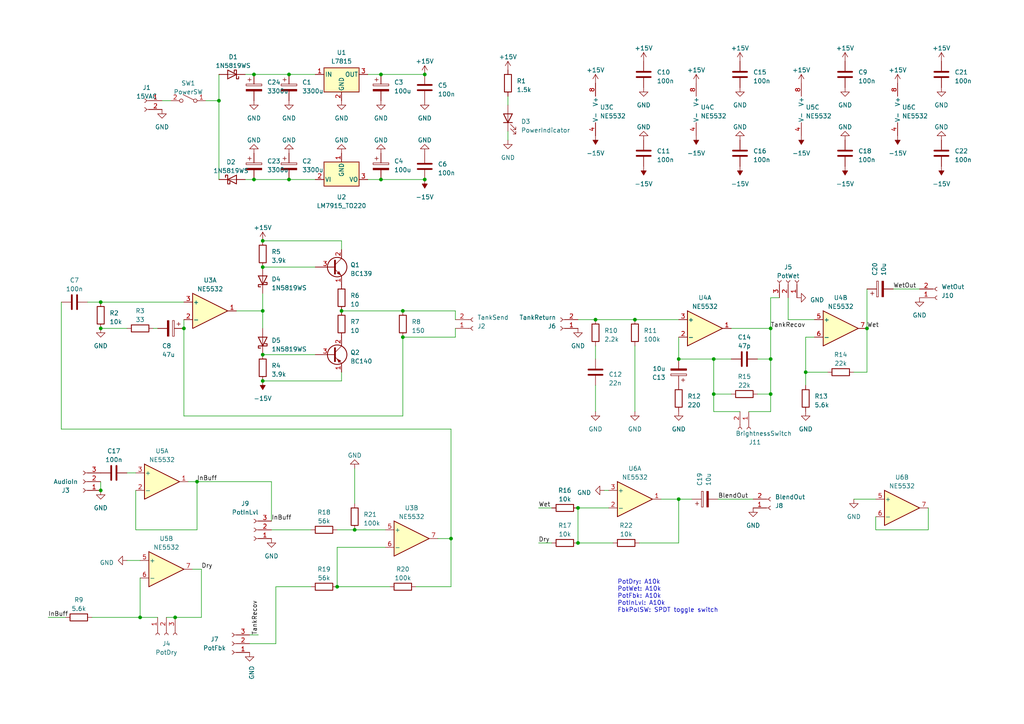
<source format=kicad_sch>
(kicad_sch (version 20230121) (generator eeschema)
  (paper "A4")
  (lib_symbols
    (symbol "Amplifier_Operational:NE5532" (pin_names (offset 0.127))
      (property "Reference" "U" (at 0 5.08 0))
      (property "Value" "NE5532" (at 0 -5.08 0))
      (symbol "NE5532_1_1"
        (polyline (pts (xy -5.08 5.08) (xy 5.08 0) (xy -5.08 -5.08) (xy -5.08 5.08)) (stroke (width 0.254)) (fill (type background)))
        (pin output line (at 7.62 0 180) (length 2.54) (name "~") (number "1"))
        (pin input line (at -7.62 -2.54 0) (length 2.54) (name "-") (number "2"))
        (pin input line (at -7.62 2.54 0) (length 2.54) (name "+") (number "3"))
      )
      (symbol "NE5532_2_1"
        (polyline (pts (xy -5.08 5.08) (xy 5.08 0) (xy -5.08 -5.08) (xy -5.08 5.08)) (stroke (width 0.254)) (fill (type background)))
        (pin input line (at -7.62 2.54 0) (length 2.54) (name "+") (number "5"))
        (pin input line (at -7.62 -2.54 0) (length 2.54) (name "-") (number "6"))
        (pin output line (at 7.62 0 180) (length 2.54) (name "~") (number "7"))
      )
      (symbol "NE5532_3_1"
        (pin power_in line (at -2.54 -7.62 90) (length 3.81) (name "V-") (number "4"))
        (pin power_in line (at -2.54 7.62 270) (length 3.81) (name "V+") (number "8"))
      )
    )
    (symbol "Connector:Conn_01x02_Socket" (pin_names (offset 1.016) hide)
      (property "Reference" "J" (at 0 2.54 0))
      (property "Value" "Conn_01x02_Socket" (at 0 -5.08 0))
      (symbol "Conn_01x02_Socket_1_1"
        (arc (start 0 -2.032) (mid -0.5058 -2.54) (end 0 -3.048) (stroke (width 0.1524)))
        (polyline (pts (xy -1.27 -2.54) (xy -0.508 -2.54)) (stroke (width 0.1524)))
        (polyline (pts (xy -1.27 0) (xy -0.508 0)) (stroke (width 0.1524)))
        (arc (start 0 0.508) (mid -0.5058 0) (end 0 -0.508) (stroke (width 0.1524)))
        (pin passive line (at -5.08 0 0) (length 3.81) (name "Pin_1") (number "1"))
        (pin passive line (at -5.08 -2.54 0) (length 3.81) (name "Pin_2") (number "2"))
      )
    )
    (symbol "Connector:Conn_01x03_Socket" (pin_names (offset 1.016) hide)
      (property "Reference" "J" (at 0 5.08 0))
      (property "Value" "Conn_01x03_Socket" (at 0 -5.08 0))
      (symbol "Conn_01x03_Socket_1_1"
        (arc (start 0 -2.032) (mid -0.5058 -2.54) (end 0 -3.048) (stroke (width 0.1524)))
        (polyline (pts (xy -1.27 -2.54) (xy -0.508 -2.54)) (stroke (width 0.1524)))
        (polyline (pts (xy -1.27 0) (xy -0.508 0)) (stroke (width 0.1524)))
        (polyline (pts (xy -1.27 2.54) (xy -0.508 2.54)) (stroke (width 0.1524)))
        (arc (start 0 0.508) (mid -0.5058 0) (end 0 -0.508) (stroke (width 0.1524)))
        (arc (start 0 3.048) (mid -0.5058 2.54) (end 0 2.032) (stroke (width 0.1524)))
        (pin passive line (at -5.08 2.54 0) (length 3.81) (name "Pin_1") (number "1"))
        (pin passive line (at -5.08 0 0) (length 3.81) (name "Pin_2") (number "2"))
        (pin passive line (at -5.08 -2.54 0) (length 3.81) (name "Pin_3") (number "3"))
      )
    )
    (symbol "Device:C" (pin_numbers hide) (pin_names (offset 0.254))
      (property "Reference" "C" (at 0.635 2.54 0))
      (property "Value" "C" (at 0.635 -2.54 0))
      (symbol "C_0_1"
        (polyline (pts (xy -2.032 -0.762) (xy 2.032 -0.762)) (stroke (width 0.508)))
        (polyline (pts (xy -2.032 0.762) (xy 2.032 0.762)) (stroke (width 0.508)))
      )
      (symbol "C_1_1"
        (pin passive line (at 0 3.81 270) (length 2.794) (name "~") (number "1"))
        (pin passive line (at 0 -3.81 90) (length 2.794) (name "~") (number "2"))
      )
    )
    (symbol "Device:C_Polarized" (pin_numbers hide) (pin_names (offset 0.254))
      (property "Reference" "C" (at 0.635 2.54 0))
      (property "Value" "C_Polarized" (at 0.635 -2.54 0))
      (symbol "C_Polarized_0_1"
        (rectangle (start -2.286 0.508) (end 2.286 1.016))
        (polyline (pts (xy -1.778 2.286) (xy -0.762 2.286)))
        (polyline (pts (xy -1.27 2.794) (xy -1.27 1.778)))
        (rectangle (start 2.286 -0.508) (end -2.286 -1.016) (fill (type outline)))
      )
      (symbol "C_Polarized_1_1"
        (pin passive line (at 0 3.81 270) (length 2.794) (name "~") (number "1"))
        (pin passive line (at 0 -3.81 90) (length 2.794) (name "~") (number "2"))
      )
    )
    (symbol "Device:LED" (pin_numbers hide) (pin_names (offset 1.016) hide)
      (property "Reference" "D" (at 0 2.54 0))
      (property "Value" "LED" (at 0 -2.54 0))
      (symbol "LED_0_1"
        (polyline (pts (xy -1.27 -1.27) (xy -1.27 1.27)) (stroke (width 0.254)))
        (polyline (pts (xy -1.27 0) (xy 1.27 0)))
        (polyline (pts (xy 1.27 -1.27) (xy 1.27 1.27) (xy -1.27 0) (xy 1.27 -1.27)) (stroke (width 0.254)))
        (polyline (pts (xy -3.048 -0.762) (xy -4.572 -2.286) (xy -3.81 -2.286) (xy -4.572 -2.286) (xy -4.572 -1.524)))
        (polyline (pts (xy -1.778 -0.762) (xy -3.302 -2.286) (xy -2.54 -2.286) (xy -3.302 -2.286) (xy -3.302 -1.524)))
      )
      (symbol "LED_1_1"
        (pin passive line (at -3.81 0 0) (length 2.54) (name "K") (number "1"))
        (pin passive line (at 3.81 0 180) (length 2.54) (name "A") (number "2"))
      )
    )
    (symbol "Device:Q_NPN_ECB" (pin_names (offset 0) hide)
      (property "Reference" "Q" (at 5.08 1.27 0))
      (property "Value" "Q_NPN_ECB" (at 5.08 -1.27 0))
      (symbol "Q_NPN_ECB_0_1"
        (polyline (pts (xy 0.635 0.635) (xy 2.54 2.54)))
        (polyline (pts (xy 0.635 -0.635) (xy 2.54 -2.54) (xy 2.54 -2.54)))
        (polyline (pts (xy 0.635 1.905) (xy 0.635 -1.905) (xy 0.635 -1.905)) (stroke (width 0.508)))
        (polyline (pts (xy 1.27 -1.778) (xy 1.778 -1.27) (xy 2.286 -2.286) (xy 1.27 -1.778) (xy 1.27 -1.778)) (fill (type outline)))
        (circle (center 1.27 0) (radius 2.8194) (stroke (width 0.254)))
      )
      (symbol "Q_NPN_ECB_1_1"
        (pin passive line (at 2.54 -5.08 90) (length 2.54) (name "E") (number "1"))
        (pin passive line (at 2.54 5.08 270) (length 2.54) (name "C") (number "2"))
        (pin passive line (at -5.08 0 0) (length 5.715) (name "B") (number "3"))
      )
    )
    (symbol "Device:Q_PNP_ECB" (pin_names (offset 0) hide)
      (property "Reference" "Q" (at 5.08 1.27 0))
      (property "Value" "Q_PNP_ECB" (at 5.08 -1.27 0))
      (symbol "Q_PNP_ECB_0_1"
        (polyline (pts (xy 0.635 0.635) (xy 2.54 2.54)))
        (polyline (pts (xy 0.635 -0.635) (xy 2.54 -2.54) (xy 2.54 -2.54)))
        (polyline (pts (xy 0.635 1.905) (xy 0.635 -1.905) (xy 0.635 -1.905)) (stroke (width 0.508)))
        (polyline (pts (xy 2.286 -1.778) (xy 1.778 -2.286) (xy 1.27 -1.27) (xy 2.286 -1.778) (xy 2.286 -1.778)) (fill (type outline)))
        (circle (center 1.27 0) (radius 2.8194) (stroke (width 0.254)))
      )
      (symbol "Q_PNP_ECB_1_1"
        (pin passive line (at 2.54 -5.08 90) (length 2.54) (name "E") (number "1"))
        (pin passive line (at 2.54 5.08 270) (length 2.54) (name "C") (number "2"))
        (pin input line (at -5.08 0 0) (length 5.715) (name "B") (number "3"))
      )
    )
    (symbol "Device:R" (pin_numbers hide) (pin_names (offset 0))
      (property "Reference" "R" (at 2.032 0 90))
      (property "Value" "R" (at 0 0 90))
      (symbol "R_0_1"
        (rectangle (start -1.016 -2.54) (end 1.016 2.54) (stroke (width 0.254)))
      )
      (symbol "R_1_1"
        (pin passive line (at 0 3.81 270) (length 1.27) (name "~") (number "1"))
        (pin passive line (at 0 -3.81 90) (length 1.27) (name "~") (number "2"))
      )
    )
    (symbol "Diode:1N5819WS" (pin_numbers hide) (pin_names (offset 1.016) hide)
      (property "Reference" "D" (at 0 2.54 0))
      (property "Value" "1N5819WS" (at 0 -2.54 0))
      (symbol "1N5819WS_0_1"
        (polyline (pts (xy 1.27 0) (xy -1.27 0)))
        (polyline (pts (xy 1.27 1.27) (xy 1.27 -1.27) (xy -1.27 0) (xy 1.27 1.27)) (stroke (width 0.254)))
        (polyline (pts (xy -1.905 0.635) (xy -1.905 1.27) (xy -1.27 1.27) (xy -1.27 -1.27) (xy -0.635 -1.27) (xy -0.635 -0.635)) (stroke (width 0.254)))
      )
      (symbol "1N5819WS_1_1"
        (pin passive line (at -3.81 0 0) (length 2.54) (name "K") (number "1"))
        (pin passive line (at 3.81 0 180) (length 2.54) (name "A") (number "2"))
      )
    )
    (symbol "Regulator_Linear:L7815" (pin_names (offset 0.254))
      (property "Reference" "U" (at -3.81 3.175 0))
      (property "Value" "L7815" (at 0 3.175 0))
      (symbol "L7815_0_1"
        (rectangle (start -5.08 1.905) (end 5.08 -5.08) (stroke (width 0.254)) (fill (type background)))
      )
      (symbol "L7815_1_1"
        (pin power_in line (at -7.62 0 0) (length 2.54) (name "IN") (number "1"))
        (pin power_in line (at 0 -7.62 90) (length 2.54) (name "GND") (number "2"))
        (pin power_out line (at 7.62 0 180) (length 2.54) (name "OUT") (number "3"))
      )
    )
    (symbol "Regulator_Linear:LM7915_TO220" (pin_names (offset 0.254))
      (property "Reference" "U" (at -3.81 -3.175 0))
      (property "Value" "LM7915_TO220" (at 0 -3.175 0))
      (symbol "LM7915_TO220_0_1"
        (rectangle (start -5.08 5.08) (end 5.08 -1.905) (stroke (width 0.254)) (fill (type background)))
      )
      (symbol "LM7915_TO220_1_1"
        (pin power_in line (at 0 7.62 270) (length 2.54) (name "GND") (number "1"))
        (pin power_in line (at -7.62 0 0) (length 2.54) (name "VI") (number "2"))
        (pin power_out line (at 7.62 0 180) (length 2.54) (name "VO") (number "3"))
      )
    )
    (symbol "Switch:SW_SPST" (pin_names (offset 0) hide)
      (property "Reference" "SW" (at 0 3.175 0))
      (property "Value" "SW_SPST" (at 0 -2.54 0))
      (symbol "SW_SPST_0_0"
        (circle (center -2.032 0) (radius 0.508))
        (polyline (pts (xy -1.524 0.254) (xy 1.524 1.778)))
        (circle (center 2.032 0) (radius 0.508))
      )
      (symbol "SW_SPST_1_1"
        (pin passive line (at -5.08 0 0) (length 2.54) (name "A") (number "1"))
        (pin passive line (at 5.08 0 180) (length 2.54) (name "B") (number "2"))
      )
    )
    (symbol "power:+15V" (power) (pin_names (offset 0))
      (property "Value" "+15V" (at 0 3.556 0))
      (symbol "+15V_0_1"
        (polyline (pts (xy -0.762 1.27) (xy 0 2.54)))
        (polyline (pts (xy 0 0) (xy 0 2.54)))
        (polyline (pts (xy 0 2.54) (xy 0.762 1.27)))
      )
      (symbol "+15V_1_1"
        (pin power_in line (at 0 0 90) (length 0) hide (name "+15V") (number "1"))
      )
    )
    (symbol "power:-15V" (power) (pin_names (offset 0))
      (property "Value" "-15V" (at 0 3.81 0))
      (symbol "-15V_0_0"
        (pin power_in line (at 0 0 90) (length 0) hide (name "-15V") (number "1"))
      )
      (symbol "-15V_0_1"
        (polyline (pts (xy 0 0) (xy 0 1.27) (xy 0.762 1.27) (xy 0 2.54) (xy -0.762 1.27) (xy 0 1.27)) (fill (type outline)))
      )
    )
    (symbol "power:GND" (power) (pin_names (offset 0))
      (property "Value" "GND" (at 0 -3.81 0))
      (symbol "GND_0_1"
        (polyline (pts (xy 0 0) (xy 0 -1.27) (xy 1.27 -1.27) (xy 0 -2.54) (xy -1.27 -1.27) (xy 0 -1.27)))
      )
      (symbol "GND_1_1"
        (pin power_in line (at 0 0 270) (length 0) hide (name "GND") (number "1"))
      )
    )
  )
  (junction (at 123.19 21.59))
  (junction (at 63.5 29.21))
  (junction (at 116.84 97.79))
  (junction (at 57.15 139.7))
  (junction (at 110.49 21.59))
  (junction (at 116.84 90.17))
  (junction (at 76.2 69.85))
  (junction (at 207.01 114.3))
  (junction (at 99.06 90.17))
  (junction (at 196.85 104.14))
  (junction (at 223.52 104.14))
  (junction (at 50.8 179.07))
  (junction (at 73.66 21.59))
  (junction (at 97.79 170.18))
  (junction (at 76.2 102.87))
  (junction (at 196.85 144.78))
  (junction (at 29.21 95.25))
  (junction (at 83.82 52.07))
  (junction (at 76.2 110.49))
  (junction (at 130.81 156.21))
  (junction (at 29.21 87.63))
  (junction (at 251.46 95.25))
  (junction (at 40.64 179.07))
  (junction (at 110.49 52.07))
  (junction (at 73.66 52.07))
  (junction (at 223.52 114.3))
  (junction (at 29.21 142.24))
  (junction (at 167.64 157.48))
  (junction (at 207.01 104.14))
  (junction (at 102.87 153.67))
  (junction (at 233.68 107.95))
  (junction (at 172.72 92.71))
  (junction (at 76.2 90.17))
  (junction (at 167.64 147.32))
  (junction (at 223.52 95.25))
  (junction (at 184.15 92.71))
  (junction (at 83.82 21.59))
  (junction (at 76.2 77.47))
  (junction (at 123.19 52.07))
  (junction (at 53.34 95.25))
  (wire (pts (xy 99.06 107.95) (xy 99.06 110.49)))
  (wire (pts (xy 106.68 21.59) (xy 110.49 21.59)))
  (wire (pts (xy 40.64 179.07) (xy 45.72 179.07)))
  (wire (pts (xy 223.52 95.25) (xy 223.52 104.14)))
  (wire (pts (xy 207.01 119.38) (xy 207.01 114.3)))
  (wire (pts (xy 254 153.67) (xy 269.24 153.67)))
  (wire (pts (xy 226.06 86.36) (xy 223.52 86.36)))
  (wire (pts (xy 251.46 107.95) (xy 251.46 95.25)))
  (wire (pts (xy 44.45 95.25) (xy 45.72 95.25)))
  (wire (pts (xy 156.21 157.48) (xy 160.02 157.48)))
  (wire (pts (xy 59.69 29.21) (xy 63.5 29.21)))
  (wire (pts (xy 72.39 186.69) (xy 80.01 186.69)))
  (wire (pts (xy 233.68 111.76) (xy 233.68 107.95)))
  (wire (pts (xy 223.52 114.3) (xy 223.52 104.14)))
  (wire (pts (xy 223.52 119.38) (xy 223.52 114.3)))
  (wire (pts (xy 17.78 87.63) (xy 17.78 124.46)))
  (wire (pts (xy 223.52 104.14) (xy 219.71 104.14)))
  (wire (pts (xy 57.15 139.7) (xy 54.61 139.7)))
  (wire (pts (xy 130.81 124.46) (xy 130.81 156.21)))
  (wire (pts (xy 78.74 153.67) (xy 90.17 153.67)))
  (wire (pts (xy 29.21 87.63) (xy 53.34 87.63)))
  (wire (pts (xy 196.85 97.79) (xy 196.85 104.14)))
  (wire (pts (xy 76.2 69.85) (xy 99.06 69.85)))
  (wire (pts (xy 184.15 92.71) (xy 196.85 92.71)))
  (wire (pts (xy 58.42 179.07) (xy 58.42 165.1)))
  (wire (pts (xy 196.85 144.78) (xy 200.66 144.78)))
  (wire (pts (xy 147.32 27.94) (xy 147.32 30.48)))
  (wire (pts (xy 97.79 170.18) (xy 113.03 170.18)))
  (wire (pts (xy 78.74 139.7) (xy 78.74 151.13)))
  (wire (pts (xy 76.2 77.47) (xy 91.44 77.47)))
  (wire (pts (xy 207.01 104.14) (xy 212.09 104.14)))
  (wire (pts (xy 72.39 184.15) (xy 74.93 184.15)))
  (wire (pts (xy 68.58 90.17) (xy 76.2 90.17)))
  (wire (pts (xy 97.79 158.75) (xy 97.79 170.18)))
  (wire (pts (xy 25.4 87.63) (xy 29.21 87.63)))
  (wire (pts (xy 116.84 97.79) (xy 116.84 120.65)))
  (wire (pts (xy 233.68 107.95) (xy 240.03 107.95)))
  (wire (pts (xy 172.72 92.71) (xy 184.15 92.71)))
  (wire (pts (xy 132.08 95.25) (xy 132.08 97.79)))
  (wire (pts (xy 214.63 119.38) (xy 207.01 119.38)))
  (wire (pts (xy 110.49 52.07) (xy 123.19 52.07)))
  (wire (pts (xy 116.84 97.79) (xy 132.08 97.79)))
  (wire (pts (xy 196.85 144.78) (xy 191.77 144.78)))
  (wire (pts (xy 48.26 179.07) (xy 50.8 179.07)))
  (wire (pts (xy 172.72 100.33) (xy 172.72 104.14)))
  (wire (pts (xy 29.21 95.25) (xy 36.83 95.25)))
  (wire (pts (xy 102.87 135.89) (xy 102.87 146.05)))
  (wire (pts (xy 110.49 21.59) (xy 123.19 21.59)))
  (wire (pts (xy 228.6 86.36) (xy 228.6 92.71)))
  (wire (pts (xy 36.83 137.16) (xy 39.37 137.16)))
  (wire (pts (xy 233.68 107.95) (xy 233.68 97.79)))
  (wire (pts (xy 233.68 97.79) (xy 236.22 97.79)))
  (wire (pts (xy 259.08 83.82) (xy 266.7 83.82)))
  (wire (pts (xy 71.12 52.07) (xy 73.66 52.07)))
  (wire (pts (xy 99.06 90.17) (xy 116.84 90.17)))
  (wire (pts (xy 36.83 162.56) (xy 40.64 162.56)))
  (wire (pts (xy 76.2 110.49) (xy 99.06 110.49)))
  (wire (pts (xy 156.21 147.32) (xy 160.02 147.32)))
  (wire (pts (xy 80.01 170.18) (xy 80.01 186.69)))
  (wire (pts (xy 39.37 153.67) (xy 57.15 153.67)))
  (wire (pts (xy 17.78 124.46) (xy 130.81 124.46)))
  (wire (pts (xy 217.17 119.38) (xy 223.52 119.38)))
  (wire (pts (xy 132.08 90.17) (xy 132.08 92.71)))
  (wire (pts (xy 71.12 21.59) (xy 73.66 21.59)))
  (wire (pts (xy 102.87 153.67) (xy 111.76 153.67)))
  (wire (pts (xy 219.71 114.3) (xy 223.52 114.3)))
  (wire (pts (xy 50.8 179.07) (xy 58.42 179.07)))
  (wire (pts (xy 53.34 92.71) (xy 53.34 95.25)))
  (wire (pts (xy 167.64 147.32) (xy 167.64 157.48)))
  (wire (pts (xy 167.64 147.32) (xy 176.53 147.32)))
  (wire (pts (xy 13.97 179.07) (xy 19.05 179.07)))
  (wire (pts (xy 185.42 157.48) (xy 196.85 157.48)))
  (wire (pts (xy 212.09 95.25) (xy 223.52 95.25)))
  (wire (pts (xy 40.64 167.64) (xy 40.64 179.07)))
  (wire (pts (xy 116.84 90.17) (xy 132.08 90.17)))
  (wire (pts (xy 167.64 92.71) (xy 172.72 92.71)))
  (wire (pts (xy 58.42 165.1) (xy 55.88 165.1)))
  (wire (pts (xy 208.28 144.78) (xy 218.44 144.78)))
  (wire (pts (xy 63.5 21.59) (xy 63.5 29.21)))
  (wire (pts (xy 73.66 52.07) (xy 83.82 52.07)))
  (wire (pts (xy 39.37 142.24) (xy 39.37 153.67)))
  (wire (pts (xy 269.24 153.67) (xy 269.24 147.32)))
  (wire (pts (xy 172.72 111.76) (xy 172.72 119.38)))
  (wire (pts (xy 130.81 156.21) (xy 127 156.21)))
  (wire (pts (xy 196.85 157.48) (xy 196.85 144.78)))
  (wire (pts (xy 207.01 114.3) (xy 212.09 114.3)))
  (wire (pts (xy 46.99 29.21) (xy 49.53 29.21)))
  (wire (pts (xy 184.15 100.33) (xy 184.15 119.38)))
  (wire (pts (xy 106.68 52.07) (xy 110.49 52.07)))
  (wire (pts (xy 97.79 153.67) (xy 102.87 153.67)))
  (wire (pts (xy 247.65 107.95) (xy 251.46 107.95)))
  (wire (pts (xy 83.82 52.07) (xy 91.44 52.07)))
  (wire (pts (xy 254 149.86) (xy 254 153.67)))
  (wire (pts (xy 29.21 139.7) (xy 29.21 142.24)))
  (wire (pts (xy 251.46 83.82) (xy 251.46 95.25)))
  (wire (pts (xy 130.81 170.18) (xy 130.81 156.21)))
  (wire (pts (xy 228.6 92.71) (xy 236.22 92.71)))
  (wire (pts (xy 73.66 21.59) (xy 83.82 21.59)))
  (wire (pts (xy 196.85 104.14) (xy 207.01 104.14)))
  (wire (pts (xy 247.65 144.78) (xy 254 144.78)))
  (wire (pts (xy 57.15 139.7) (xy 78.74 139.7)))
  (wire (pts (xy 83.82 21.59) (xy 91.44 21.59)))
  (wire (pts (xy 175.26 142.24) (xy 176.53 142.24)))
  (wire (pts (xy 53.34 120.65) (xy 53.34 95.25)))
  (wire (pts (xy 63.5 29.21) (xy 63.5 52.07)))
  (wire (pts (xy 80.01 170.18) (xy 90.17 170.18)))
  (wire (pts (xy 57.15 153.67) (xy 57.15 139.7)))
  (wire (pts (xy 120.65 170.18) (xy 130.81 170.18)))
  (wire (pts (xy 207.01 114.3) (xy 207.01 104.14)))
  (wire (pts (xy 76.2 90.17) (xy 76.2 95.25)))
  (wire (pts (xy 147.32 38.1) (xy 147.32 40.64)))
  (wire (pts (xy 116.84 120.65) (xy 53.34 120.65)))
  (wire (pts (xy 97.79 158.75) (xy 111.76 158.75)))
  (wire (pts (xy 99.06 72.39) (xy 99.06 69.85)))
  (wire (pts (xy 223.52 86.36) (xy 223.52 95.25)))
  (wire (pts (xy 76.2 85.09) (xy 76.2 90.17)))
  (wire (pts (xy 76.2 102.87) (xy 91.44 102.87)))
  (wire (pts (xy 26.67 179.07) (xy 40.64 179.07)))
  (wire (pts (xy 167.64 157.48) (xy 177.8 157.48)))
  (text "PotDry: A10k\nPotWet: A10k\nPotFbk: A10k\nPotInLvl: A10k\nFbkPolSW: SPDT toggle switch" (at 179.07 177.8 0) (effects (font (size 1.27 1.27)) (justify left bottom)))
  (text "Notes:\nFind electrolytic size\nChange jack and pot to bigger pads\n" (at 313.69 22.86 0) (effects (font (size 1.27 1.27)) (justify left bottom)))
  (label "TankRecov" (at 223.52 95.25 0))
  (label "TankRecov" (at 74.93 184.15 90))
  (label "InBuff" (at 57.15 139.7 0))
  (label "Wet" (at 156.21 147.32 0))
  (label "BlendOut" (at 208.28 144.78 0))
  (label "InBuff" (at 78.74 151.13 0))
  (label "Dry" (at 156.21 157.48 0))
  (label "Dry" (at 58.42 165.1 0))
  (label "WetOut" (at 259.08 83.82 0))
  (label "InBuff" (at 13.97 179.07 0))
  (label "Wet" (at 251.46 95.25 0))
  (symbol (lib_id "Device:R") (at 196.85 115.57 180) (unit 1)
    (property "Reference" "R12" (at 199.39 114.935 0) (effects (justify right)))
    (property "Value" "220" (at 199.39 117.475 0) (effects (justify right)))
    (property "Footprint" "Resistor_SMD:R_0603_1608Metric_Pad0.98x0.95mm_HandSolder" (effects hide))
  )
  (symbol (lib_id "Amplifier_Operational:NE5532") (at 261.62 147.32 0) (unit 2)
    (property "Reference" "U6" (at 261.62 138.43 0))
    (property "Value" "NE5532" (at 261.62 140.97 0))
    (property "Footprint" "Package_SO:SOIC-8_3.9x4.9mm_P1.27mm" (effects hide))
    (property "Datasheet" "http://www.ti.com/lit/ds/symlink/ne5532.pdf" (effects hide))
  )
  (symbol (lib_id "Device:C_Polarized") (at 83.82 48.26 0) (unit 1)
    (property "Reference" "C2" (at 87.63 46.736 0) (effects (justify left)))
    (property "Value" "3300u" (at 87.63 49.276 0) (effects (justify left)))
    (property "Footprint" "Capacitor_THT:CP_Radial_D18.0mm_P7.50mm" (effects hide))
  )
  (symbol (lib_id "Device:C") (at 123.19 48.26 0) (unit 1)
    (property "Reference" "C6" (at 127 47.625 0) (effects (justify left)))
    (property "Value" "100n" (at 127 50.165 0) (effects (justify left)))
    (property "Footprint" "Capacitor_SMD:C_0603_1608Metric_Pad1.08x0.95mm_HandSolder" (effects hide))
  )
  (symbol (lib_id "power:-15V") (at 260.35 39.37 180) (unit 1)
    (property "Reference" "#PWR048" (effects hide))
    (property "Value" "-15V" (at 260.35 44.45 0))
  )
  (symbol (lib_id "power:GND") (at 233.68 119.38 0) (unit 1)
    (property "Reference" "#PWR028" (effects hide))
    (property "Value" "GND" (at 233.68 124.46 0))
  )
  (symbol (lib_id "Connector:Conn_01x03_Socket") (at 48.26 184.15 90) (mirror x) (unit 1)
    (property "Reference" "J4" (at 48.26 186.69 90))
    (property "Value" "PotDry" (at 48.26 189.23 90))
    (property "Footprint" "Solderpad_THT:01x03_2mm" (effects hide))
  )
  (symbol (lib_id "power:GND") (at 73.66 29.21 0) (unit 1)
    (property "Reference" "#PWR057" (effects hide))
    (property "Value" "GND" (at 73.66 34.29 0))
  )
  (symbol (lib_id "power:+15V") (at 245.11 17.78 0) (unit 1)
    (property "Reference" "#PWR043" (effects hide))
    (property "Value" "+15V" (at 245.11 13.97 0))
  )
  (symbol (lib_id "Connector:Conn_01x03_Socket") (at 67.31 186.69 180) (unit 1)
    (property "Reference" "J7" (at 62.23 185.42 0))
    (property "Value" "PotFbk" (at 62.23 187.96 0))
    (property "Footprint" "Solderpad_THT:01x03_2mm" (effects hide))
  )
  (symbol (lib_id "Device:C") (at 215.9 104.14 270) (unit 1)
    (property "Reference" "C14" (at 215.9 97.79 90))
    (property "Value" "47p" (at 215.9 100.33 90))
    (property "Footprint" "Capacitor_SMD:C_0805_2012Metric_Pad1.18x1.45mm_HandSolder" (effects hide))
  )
  (symbol (lib_id "Device:C") (at 21.59 87.63 270) (unit 1)
    (property "Reference" "C7" (at 21.59 81.28 90))
    (property "Value" "100n" (at 21.59 83.82 90))
    (property "Footprint" "Capacitor_SMD:C_0603_1608Metric_Pad1.08x0.95mm_HandSolder" (effects hide))
  )
  (symbol (lib_id "Device:R") (at 147.32 24.13 0) (unit 1)
    (property "Reference" "R1" (at 149.86 23.495 0) (effects (justify left)))
    (property "Value" "1.5k" (at 149.86 26.035 0) (effects (justify left)))
    (property "Footprint" "Resistor_SMD:R_0603_1608Metric_Pad0.98x0.95mm_HandSolder" (effects hide))
  )
  (symbol (lib_id "Connector:Conn_01x02_Socket") (at 217.17 124.46 270) (unit 1)
    (property "Reference" "J11" (at 217.17 128.27 90) (effects (justify left)))
    (property "Value" "BrightnessSwitch" (at 213.36 125.73 90) (effects (justify left)))
    (property "Footprint" "Solderpad_THT:01x02_3mm" (effects hide))
  )
  (symbol (lib_id "power:GND") (at 273.05 40.64 180) (unit 1)
    (property "Reference" "#PWR051" (effects hide))
    (property "Value" "GND" (at 273.05 36.83 0))
  )
  (symbol (lib_id "Device:C_Polarized") (at 196.85 107.95 180) (unit 1)
    (property "Reference" "C13" (at 193.04 109.474 0) (effects (justify left)))
    (property "Value" "10u" (at 193.04 106.934 0) (effects (justify left)))
    (property "Footprint" "Capacitor_THT:CP_Radial_D8.0mm_P2.50mm" (effects hide))
  )
  (symbol (lib_id "Device:C") (at 186.69 44.45 0) (unit 1)
    (property "Reference" "C11" (at 190.5 43.815 0) (effects (justify left)))
    (property "Value" "100n" (at 190.5 46.355 0) (effects (justify left)))
    (property "Footprint" "Capacitor_SMD:C_0603_1608Metric_Pad1.08x0.95mm_HandSolder" (effects hide))
  )
  (symbol (lib_id "Device:C_Polarized") (at 110.49 25.4 0) (unit 1)
    (property "Reference" "C3" (at 114.3 23.876 0) (effects (justify left)))
    (property "Value" "100u" (at 114.3 26.416 0) (effects (justify left)))
    (property "Footprint" "Capacitor_THT:CP_Radial_D8.0mm_P2.50mm" (effects hide))
  )
  (symbol (lib_id "power:+15V") (at 123.19 21.59 0) (unit 1)
    (property "Reference" "#PWR010" (effects hide))
    (property "Value" "+15V" (at 123.19 17.78 0))
  )
  (symbol (lib_id "Device:R") (at 215.9 114.3 270) (unit 1)
    (property "Reference" "R15" (at 215.9 109.22 90))
    (property "Value" "22k" (at 215.9 111.76 90))
    (property "Footprint" "Resistor_SMD:R_0603_1608Metric_Pad0.98x0.95mm_HandSolder" (effects hide))
  )
  (symbol (lib_id "Device:C") (at 273.05 21.59 0) (unit 1)
    (property "Reference" "C21" (at 276.86 20.955 0) (effects (justify left)))
    (property "Value" "100n" (at 276.86 23.495 0) (effects (justify left)))
    (property "Footprint" "Capacitor_SMD:C_0603_1608Metric_Pad1.08x0.95mm_HandSolder" (effects hide))
  )
  (symbol (lib_id "power:GND") (at 46.99 31.75 0) (unit 1)
    (property "Reference" "#PWR01" (effects hide))
    (property "Value" "GND" (at 46.99 36.83 0))
  )
  (symbol (lib_id "power:GND") (at 29.21 95.25 0) (unit 1)
    (property "Reference" "#PWR014" (effects hide))
    (property "Value" "GND" (at 29.21 100.33 0))
  )
  (symbol (lib_id "Device:LED") (at 147.32 34.29 90) (unit 1)
    (property "Reference" "D3" (at 151.13 35.2425 90) (effects (justify right)))
    (property "Value" "PowerIndicator" (at 151.13 37.7825 90) (effects (justify right)))
    (property "Footprint" "LED_THT:LED_D5.0mm" (effects hide))
  )
  (symbol (lib_id "power:-15V") (at 214.63 48.26 180) (unit 1)
    (property "Reference" "#PWR034" (effects hide))
    (property "Value" "-15V" (at 214.63 53.34 0))
  )
  (symbol (lib_id "Device:R") (at 181.61 157.48 270) (unit 1)
    (property "Reference" "R22" (at 181.61 152.4 90))
    (property "Value" "10k" (at 181.61 154.94 90))
    (property "Footprint" "Resistor_SMD:R_0603_1608Metric_Pad0.98x0.95mm_HandSolder" (effects hide))
  )
  (symbol (lib_id "power:GND") (at 245.11 40.64 180) (unit 1)
    (property "Reference" "#PWR045" (effects hide))
    (property "Value" "GND" (at 245.11 36.83 0))
  )
  (symbol (lib_id "power:GND") (at 273.05 25.4 0) (unit 1)
    (property "Reference" "#PWR050" (effects hide))
    (property "Value" "GND" (at 273.05 30.48 0))
  )
  (symbol (lib_id "Diode:1N5819WS") (at 76.2 81.28 90) (unit 1)
    (property "Reference" "D4" (at 78.74 80.9625 90) (effects (justify right)))
    (property "Value" "1N5819WS" (at 78.74 83.5025 90) (effects (justify right)))
    (property "Footprint" "Diode_SMD:D_SOD-323_HandSoldering" (effects hide))
    (property "Datasheet" "https://datasheet.lcsc.com/lcsc/2204281430_Guangdong-Hottech-1N5819WS_C191023.pdf" (effects hide))
  )
  (symbol (lib_id "Amplifier_Operational:NE5532") (at 46.99 139.7 0) (unit 1)
    (property "Reference" "U5" (at 46.99 130.81 0))
    (property "Value" "NE5532" (at 46.99 133.35 0))
    (property "Footprint" "Package_SO:SOIC-8_3.9x4.9mm_P1.27mm" (effects hide))
    (property "Datasheet" "http://www.ti.com/lit/ds/symlink/ne5532.pdf" (effects hide))
  )
  (symbol (lib_id "power:+15V") (at 147.32 20.32 0) (unit 1)
    (property "Reference" "#PWR013" (effects hide))
    (property "Value" "+15V" (at 147.32 16.51 0))
  )
  (symbol (lib_id "power:+15V") (at 186.69 17.78 0) (unit 1)
    (property "Reference" "#PWR021" (effects hide))
    (property "Value" "+15V" (at 186.69 13.97 0))
  )
  (symbol (lib_id "power:-15V") (at 273.05 48.26 180) (unit 1)
    (property "Reference" "#PWR052" (effects hide))
    (property "Value" "-15V" (at 273.05 53.34 0))
  )
  (symbol (lib_id "power:GND") (at 110.49 29.21 0) (unit 1)
    (property "Reference" "#PWR06" (effects hide))
    (property "Value" "GND" (at 110.49 34.29 0))
  )
  (symbol (lib_id "Device:C") (at 245.11 44.45 0) (unit 1)
    (property "Reference" "C18" (at 248.92 43.815 0) (effects (justify left)))
    (property "Value" "100n" (at 248.92 46.355 0) (effects (justify left)))
    (property "Footprint" "Capacitor_SMD:C_0603_1608Metric_Pad1.08x0.95mm_HandSolder" (effects hide))
  )
  (symbol (lib_id "power:GND") (at 214.63 40.64 180) (unit 1)
    (property "Reference" "#PWR033" (effects hide))
    (property "Value" "GND" (at 214.63 36.83 0))
  )
  (symbol (lib_id "Device:C_Polarized") (at 204.47 144.78 90) (unit 1)
    (property "Reference" "C19" (at 202.946 140.97 0) (effects (justify left)))
    (property "Value" "10u" (at 205.486 140.97 0) (effects (justify left)))
    (property "Footprint" "Capacitor_THT:CP_Radial_D8.0mm_P2.50mm" (effects hide))
  )
  (symbol (lib_id "power:GND") (at 186.69 25.4 0) (unit 1)
    (property "Reference" "#PWR022" (effects hide))
    (property "Value" "GND" (at 186.69 30.48 0))
  )
  (symbol (lib_id "Device:C") (at 214.63 44.45 0) (unit 1)
    (property "Reference" "C16" (at 218.44 43.815 0) (effects (justify left)))
    (property "Value" "100n" (at 218.44 46.355 0) (effects (justify left)))
    (property "Footprint" "Capacitor_SMD:C_0603_1608Metric_Pad1.08x0.95mm_HandSolder" (effects hide))
  )
  (symbol (lib_id "power:GND") (at 175.26 142.24 270) (unit 1)
    (property "Reference" "#PWR037" (effects hide))
    (property "Value" "GND" (at 171.45 142.875 90) (effects (justify right)))
  )
  (symbol (lib_id "Device:C_Polarized") (at 255.27 83.82 90) (unit 1)
    (property "Reference" "C20" (at 253.746 80.01 0) (effects (justify left)))
    (property "Value" "10u" (at 256.286 80.01 0) (effects (justify left)))
    (property "Footprint" "Capacitor_THT:CP_Radial_D8.0mm_P2.50mm" (effects hide))
  )
  (symbol (lib_id "power:-15V") (at 201.93 39.37 180) (unit 1)
    (property "Reference" "#PWR030" (effects hide))
    (property "Value" "-15V" (at 201.93 44.45 0))
  )
  (symbol (lib_id "Connector:Conn_01x03_Socket") (at 24.13 139.7 180) (unit 1)
    (property "Reference" "J3" (at 19.05 142.24 0))
    (property "Value" "AudioIn" (at 19.05 139.7 0))
    (property "Footprint" "Solderpad_THT:01x03_2mm" (effects hide))
  )
  (symbol (lib_id "power:GND") (at 78.74 156.21 0) (unit 1)
    (property "Reference" "#PWR056" (effects hide))
    (property "Value" "GND" (at 78.74 161.29 0))
  )
  (symbol (lib_id "Device:C_Polarized") (at 73.66 25.4 0) (unit 1)
    (property "Reference" "C24" (at 77.47 23.876 0) (effects (justify left)))
    (property "Value" "3300u" (at 77.47 26.416 0) (effects (justify left)))
    (property "Footprint" "Capacitor_THT:CP_Radial_D18.0mm_P7.50mm" (effects hide))
  )
  (symbol (lib_id "power:GND") (at 247.65 144.78 0) (unit 1)
    (property "Reference" "#PWR053" (effects hide))
    (property "Value" "GND" (at 247.65 149.86 0))
  )
  (symbol (lib_id "power:+15V") (at 260.35 24.13 0) (unit 1)
    (property "Reference" "#PWR047" (effects hide))
    (property "Value" "+15V" (at 260.35 20.32 0))
  )
  (symbol (lib_id "Device:R") (at 99.06 93.98 180) (unit 1)
    (property "Reference" "R7" (at 101.6 93.345 0) (effects (justify right)))
    (property "Value" "10" (at 101.6 95.885 0) (effects (justify right)))
    (property "Footprint" "Resistor_SMD:R_0603_1608Metric_Pad0.98x0.95mm_HandSolder" (effects hide))
  )
  (symbol (lib_id "power:GND") (at 99.06 44.45 180) (unit 1)
    (property "Reference" "#PWR02" (effects hide))
    (property "Value" "GND" (at 99.06 40.64 0))
  )
  (symbol (lib_id "power:GND") (at 110.49 44.45 180) (unit 1)
    (property "Reference" "#PWR07" (effects hide))
    (property "Value" "GND" (at 110.49 40.64 0))
  )
  (symbol (lib_id "power:+15V") (at 273.05 17.78 0) (unit 1)
    (property "Reference" "#PWR049" (effects hide))
    (property "Value" "+15V" (at 273.05 13.97 0))
  )
  (symbol (lib_id "power:GND") (at 218.44 147.32 0) (unit 1)
    (property "Reference" "#PWR054" (effects hide))
    (property "Value" "GND" (at 218.44 152.4 0))
  )
  (symbol (lib_id "power:-15V") (at 232.41 39.37 180) (unit 1)
    (property "Reference" "#PWR042" (effects hide))
    (property "Value" "-15V" (at 232.41 44.45 0))
  )
  (symbol (lib_id "Amplifier_Operational:NE5532") (at 262.89 31.75 0) (unit 3)
    (property "Reference" "U6" (at 261.62 31.115 0) (effects (justify left)))
    (property "Value" "NE5532" (at 261.62 33.655 0) (effects (justify left)))
    (property "Footprint" "Package_SO:SOIC-8_3.9x4.9mm_P1.27mm" (effects hide))
    (property "Datasheet" "http://www.ti.com/lit/ds/symlink/ne5532.pdf" (effects hide))
  )
  (symbol (lib_id "power:+15V") (at 232.41 24.13 0) (unit 1)
    (property "Reference" "#PWR041" (effects hide))
    (property "Value" "+15V" (at 232.41 20.32 0))
  )
  (symbol (lib_id "Device:R") (at 184.15 96.52 180) (unit 1)
    (property "Reference" "R11" (at 186.69 95.885 0) (effects (justify right)))
    (property "Value" "100k" (at 186.69 98.425 0) (effects (justify right)))
    (property "Footprint" "Resistor_SMD:R_0603_1608Metric_Pad0.98x0.95mm_HandSolder" (effects hide))
  )
  (symbol (lib_id "power:GND") (at 172.72 119.38 0) (unit 1)
    (property "Reference" "#PWR025" (effects hide))
    (property "Value" "GND" (at 172.72 124.46 0))
  )
  (symbol (lib_id "Amplifier_Operational:NE5532") (at 175.26 31.75 0) (unit 3)
    (property "Reference" "U3" (at 173.99 31.115 0) (effects (justify left)))
    (property "Value" "NE5532" (at 173.99 33.655 0) (effects (justify left)))
    (property "Footprint" "Package_SO:SOIC-8_3.9x4.9mm_P1.27mm" (effects hide))
    (property "Datasheet" "http://www.ti.com/lit/ds/symlink/ne5532.pdf" (effects hide))
  )
  (symbol (lib_id "power:GND") (at 123.19 29.21 0) (unit 1)
    (property "Reference" "#PWR08" (effects hide))
    (property "Value" "GND" (at 123.19 34.29 0))
  )
  (symbol (lib_id "Regulator_Linear:L7815") (at 99.06 21.59 0) (unit 1)
    (property "Reference" "U1" (at 99.06 15.24 0))
    (property "Value" "L7815" (at 99.06 17.78 0))
    (property "Footprint" "Package_TO_SOT_THT:TO-220-3_Vertical" (effects hide))
    (property "Datasheet" "http://www.st.com/content/ccc/resource/technical/document/datasheet/41/4f/b3/b0/12/d4/47/88/CD00000444.pdf/files/CD00000444.pdf/jcr:content/translations/en.CD00000444.pdf" (effects hide))
  )
  (symbol (lib_id "power:-15V") (at 186.69 48.26 180) (unit 1)
    (property "Reference" "#PWR024" (effects hide))
    (property "Value" "-15V" (at 186.69 53.34 0))
  )
  (symbol (lib_id "Device:Q_PNP_ECB") (at 96.52 102.87 0) (unit 1)
    (property "Reference" "Q2" (at 101.6 102.235 0) (effects (justify left)))
    (property "Value" "BC140" (at 101.6 104.775 0) (effects (justify left)))
    (property "Footprint" "Package_TO_SOT_THT:SIPAK_Vertical" (effects hide))
  )
  (symbol (lib_id "Device:C") (at 172.72 107.95 180) (unit 1)
    (property "Reference" "C12" (at 176.53 108.585 0) (effects (justify right)))
    (property "Value" "22n" (at 176.53 111.125 0) (effects (justify right)))
    (property "Footprint" "Capacitor_SMD:C_0603_1608Metric_Pad1.08x0.95mm_HandSolder" (effects hide))
  )
  (symbol (lib_id "Amplifier_Operational:NE5532") (at 204.47 95.25 0) (unit 1)
    (property "Reference" "U4" (at 204.47 86.36 0))
    (property "Value" "NE5532" (at 204.47 88.9 0))
    (property "Footprint" "Package_SO:SOIC-8_3.9x4.9mm_P1.27mm" (effects hide))
    (property "Datasheet" "http://www.ti.com/lit/ds/symlink/ne5532.pdf" (effects hide))
  )
  (symbol (lib_id "Device:Q_NPN_ECB") (at 96.52 77.47 0) (unit 1)
    (property "Reference" "Q1" (at 101.6 76.835 0) (effects (justify left)))
    (property "Value" "BC139" (at 101.6 79.375 0) (effects (justify left)))
    (property "Footprint" "Package_TO_SOT_THT:SIPAK_Vertical" (effects hide))
  )
  (symbol (lib_id "power:+15V") (at 201.93 24.13 0) (unit 1)
    (property "Reference" "#PWR029" (effects hide))
    (property "Value" "+15V" (at 201.93 20.32 0))
  )
  (symbol (lib_id "power:GND") (at 29.21 142.24 0) (unit 1)
    (property "Reference" "#PWR017" (effects hide))
    (property "Value" "GND" (at 29.21 147.32 0))
  )
  (symbol (lib_id "Amplifier_Operational:NE5532") (at 60.96 90.17 0) (unit 1)
    (property "Reference" "U3" (at 60.96 81.28 0))
    (property "Value" "NE5532" (at 60.96 83.82 0))
    (property "Footprint" "Package_SO:SOIC-8_3.9x4.9mm_P1.27mm" (effects hide))
    (property "Datasheet" "http://www.ti.com/lit/ds/symlink/ne5532.pdf" (effects hide))
  )
  (symbol (lib_id "power:+15V") (at 172.72 24.13 0) (unit 1)
    (property "Reference" "#PWR019" (effects hide))
    (property "Value" "+15V" (at 172.72 20.32 0))
  )
  (symbol (lib_id "Device:C_Polarized") (at 73.66 48.26 0) (unit 1)
    (property "Reference" "C23" (at 77.47 46.736 0) (effects (justify left)))
    (property "Value" "3300u" (at 77.47 49.276 0) (effects (justify left)))
    (property "Footprint" "Capacitor_THT:CP_Radial_D18.0mm_P7.50mm" (effects hide))
  )
  (symbol (lib_id "power:GND") (at 186.69 40.64 180) (unit 1)
    (property "Reference" "#PWR023" (effects hide))
    (property "Value" "GND" (at 186.69 36.83 0))
  )
  (symbol (lib_id "Amplifier_Operational:NE5532") (at 234.95 31.75 0) (unit 3)
    (property "Reference" "U5" (at 233.68 31.115 0) (effects (justify left)))
    (property "Value" "NE5532" (at 233.68 33.655 0) (effects (justify left)))
    (property "Footprint" "Package_SO:SOIC-8_3.9x4.9mm_P1.27mm" (effects hide))
    (property "Datasheet" "http://www.ti.com/lit/ds/symlink/ne5532.pdf" (effects hide))
  )
  (symbol (lib_id "Diode:1N5819WS") (at 76.2 99.06 90) (unit 1)
    (property "Reference" "D5" (at 78.74 98.7425 90) (effects (justify right)))
    (property "Value" "1N5819WS" (at 78.74 101.2825 90) (effects (justify right)))
    (property "Footprint" "Diode_SMD:D_SOD-323_HandSoldering" (effects hide))
    (property "Datasheet" "https://datasheet.lcsc.com/lcsc/2204281430_Guangdong-Hottech-1N5819WS_C191023.pdf" (effects hide))
  )
  (symbol (lib_id "power:-15V") (at 123.19 52.07 180) (unit 1)
    (property "Reference" "#PWR011" (effects hide))
    (property "Value" "-15V" (at 123.19 57.15 0))
  )
  (symbol (lib_id "power:GND") (at 123.19 44.45 180) (unit 1)
    (property "Reference" "#PWR09" (effects hide))
    (property "Value" "GND" (at 123.19 40.64 0))
  )
  (symbol (lib_id "Device:C") (at 273.05 44.45 0) (unit 1)
    (property "Reference" "C22" (at 276.86 43.815 0) (effects (justify left)))
    (property "Value" "100n" (at 276.86 46.355 0) (effects (justify left)))
    (property "Footprint" "Capacitor_SMD:C_0603_1608Metric_Pad1.08x0.95mm_HandSolder" (effects hide))
  )
  (symbol (lib_id "Device:R") (at 243.84 107.95 270) (unit 1)
    (property "Reference" "R14" (at 243.84 102.87 90))
    (property "Value" "22k" (at 243.84 105.41 90))
    (property "Footprint" "Resistor_SMD:R_0603_1608Metric_Pad0.98x0.95mm_HandSolder" (effects hide))
  )
  (symbol (lib_id "power:GND") (at 184.15 119.38 0) (unit 1)
    (property "Reference" "#PWR026" (effects hide))
    (property "Value" "GND" (at 184.15 124.46 0))
  )
  (symbol (lib_id "power:GND") (at 83.82 44.45 180) (unit 1)
    (property "Reference" "#PWR05" (effects hide))
    (property "Value" "GND" (at 83.82 40.64 0))
  )
  (symbol (lib_id "Connector:Conn_01x02_Socket") (at 162.56 95.25 180) (unit 1)
    (property "Reference" "J6" (at 161.29 94.615 0) (effects (justify left)))
    (property "Value" "TankReturn" (at 161.29 92.075 0) (effects (justify left)))
    (property "Footprint" "Solderpad_THT:01x02_3mm" (effects hide))
  )
  (symbol (lib_id "power:GND") (at 83.82 29.21 0) (unit 1)
    (property "Reference" "#PWR04" (effects hide))
    (property "Value" "GND" (at 83.82 34.29 0))
  )
  (symbol (lib_id "Amplifier_Operational:NE5532") (at 204.47 31.75 0) (unit 3)
    (property "Reference" "U4" (at 203.2 31.115 0) (effects (justify left)))
    (property "Value" "NE5532" (at 203.2 33.655 0) (effects (justify left)))
    (property "Footprint" "Package_SO:SOIC-8_3.9x4.9mm_P1.27mm" (effects hide))
    (property "Datasheet" "http://www.ti.com/lit/ds/symlink/ne5532.pdf" (effects hide))
  )
  (symbol (lib_id "Device:R") (at 93.98 170.18 270) (unit 1)
    (property "Reference" "R19" (at 93.98 165.1 90))
    (property "Value" "56k" (at 93.98 167.64 90))
    (property "Footprint" "Resistor_SMD:R_0603_1608Metric_Pad0.98x0.95mm_HandSolder" (effects hide))
  )
  (symbol (lib_id "Device:R") (at 233.68 115.57 180) (unit 1)
    (property "Reference" "R13" (at 236.22 114.935 0) (effects (justify right)))
    (property "Value" "5.6k" (at 236.22 117.475 0) (effects (justify right)))
    (property "Footprint" "Resistor_SMD:R_0603_1608Metric_Pad0.98x0.95mm_HandSolder" (effects hide))
  )
  (symbol (lib_id "power:+15V") (at 214.63 17.78 0) (unit 1)
    (property "Reference" "#PWR031" (effects hide))
    (property "Value" "+15V" (at 214.63 13.97 0))
  )
  (symbol (lib_id "Device:R") (at 163.83 147.32 270) (unit 1)
    (property "Reference" "R16" (at 163.83 142.24 90))
    (property "Value" "10k" (at 163.83 144.78 90))
    (property "Footprint" "Resistor_SMD:R_0603_1608Metric_Pad0.98x0.95mm_HandSolder" (effects hide))
  )
  (symbol (lib_id "power:GND") (at 214.63 25.4 0) (unit 1)
    (property "Reference" "#PWR032" (effects hide))
    (property "Value" "GND" (at 214.63 30.48 0))
  )
  (symbol (lib_id "Connector:Conn_01x03_Socket") (at 228.6 81.28 270) (mirror x) (unit 1)
    (property "Reference" "J5" (at 228.6 77.47 90))
    (property "Value" "PotWet" (at 228.6 80.01 90))
    (property "Footprint" "Solderpad_THT:01x03_2mm" (effects hide))
  )
  (symbol (lib_id "power:GND") (at 147.32 40.64 0) (unit 1)
    (property "Reference" "#PWR012" (effects hide))
    (property "Value" "GND" (at 147.32 45.72 0))
  )
  (symbol (lib_id "Connector:Conn_01x02_Socket") (at 41.91 29.21 0) (mirror y) (unit 1)
    (property "Reference" "J1" (at 42.545 25.4 0))
    (property "Value" "15VAC" (at 42.545 27.94 0))
    (property "Footprint" "Solderpad_THT:01x02_3mm" (effects hide))
  )
  (symbol (lib_id "Device:C") (at 186.69 21.59 0) (unit 1)
    (property "Reference" "C10" (at 190.5 20.955 0) (effects (justify left)))
    (property "Value" "100n" (at 190.5 23.495 0) (effects (justify left)))
    (property "Footprint" "Capacitor_SMD:C_0603_1608Metric_Pad1.08x0.95mm_HandSolder" (effects hide))
  )
  (symbol (lib_id "Device:R") (at 29.21 91.44 180) (unit 1)
    (property "Reference" "R2" (at 31.75 90.805 0) (effects (justify right)))
    (property "Value" "10k" (at 31.75 93.345 0) (effects (justify right)))
    (property "Footprint" "Resistor_SMD:R_0603_1608Metric_Pad0.98x0.95mm_HandSolder" (effects hide))
  )
  (symbol (lib_id "Amplifier_Operational:NE5532") (at 184.15 144.78 0) (unit 1)
    (property "Reference" "U6" (at 184.15 135.89 0))
    (property "Value" "NE5532" (at 184.15 138.43 0))
    (property "Footprint" "Package_SO:SOIC-8_3.9x4.9mm_P1.27mm" (effects hide))
    (property "Datasheet" "http://www.ti.com/lit/ds/symlink/ne5532.pdf" (effects hide))
  )
  (symbol (lib_id "Amplifier_Operational:NE5532") (at 48.26 165.1 0) (unit 2)
    (property "Reference" "U5" (at 48.26 156.21 0))
    (property "Value" "NE5532" (at 48.26 158.75 0))
    (property "Footprint" "Package_SO:SOIC-8_3.9x4.9mm_P1.27mm" (effects hide))
    (property "Datasheet" "http://www.ti.com/lit/ds/symlink/ne5532.pdf" (effects hide))
  )
  (symbol (lib_id "power:GND") (at 72.39 189.23 0) (mirror y) (unit 1)
    (property "Reference" "#PWR038" (effects hide))
    (property "Value" "GND" (at 73.025 193.04 90) (effects (justify right)))
  )
  (symbol (lib_id "power:GND") (at 167.64 95.25 0) (unit 1)
    (property "Reference" "#PWR035" (effects hide))
    (property "Value" "GND" (at 167.64 100.33 0))
  )
  (symbol (lib_id "power:-15V") (at 245.11 48.26 180) (unit 1)
    (property "Reference" "#PWR046" (effects hide))
    (property "Value" "-15V" (at 245.11 53.34 0))
  )
  (symbol (lib_id "Device:R") (at 99.06 86.36 180) (unit 1)
    (property "Reference" "R6" (at 101.6 85.725 0) (effects (justify right)))
    (property "Value" "10" (at 101.6 88.265 0) (effects (justify right)))
    (property "Footprint" "Resistor_SMD:R_0603_1608Metric_Pad0.98x0.95mm_HandSolder" (effects hide))
  )
  (symbol (lib_id "Diode:1N5819WS") (at 67.31 52.07 0) (unit 1)
    (property "Reference" "D2" (at 66.9925 46.99 0))
    (property "Value" "1N5819WS" (at 66.9925 49.53 0))
    (property "Footprint" "Diode_SMD:D_SOD-323_HandSoldering" (effects hide))
    (property "Datasheet" "https://datasheet.lcsc.com/lcsc/2204281430_Guangdong-Hottech-1N5819WS_C191023.pdf" (effects hide))
  )
  (symbol (lib_id "Device:C") (at 245.11 21.59 0) (unit 1)
    (property "Reference" "C9" (at 248.92 20.955 0) (effects (justify left)))
    (property "Value" "100n" (at 248.92 23.495 0) (effects (justify left)))
    (property "Footprint" "Capacitor_SMD:C_0603_1608Metric_Pad1.08x0.95mm_HandSolder" (effects hide))
  )
  (symbol (lib_id "Device:R") (at 76.2 106.68 0) (unit 1)
    (property "Reference" "R4" (at 78.74 106.045 0) (effects (justify left)))
    (property "Value" "3.9k" (at 78.74 108.585 0) (effects (justify left)))
    (property "Footprint" "Resistor_SMD:R_0603_1608Metric_Pad0.98x0.95mm_HandSolder" (effects hide))
  )
  (symbol (lib_id "Device:C") (at 214.63 21.59 0) (unit 1)
    (property "Reference" "C15" (at 218.44 20.955 0) (effects (justify left)))
    (property "Value" "100n" (at 218.44 23.495 0) (effects (justify left)))
    (property "Footprint" "Capacitor_SMD:C_0603_1608Metric_Pad1.08x0.95mm_HandSolder" (effects hide))
  )
  (symbol (lib_id "Connector:Conn_01x02_Socket") (at 137.16 95.25 0) (mirror x) (unit 1)
    (property "Reference" "J2" (at 138.43 94.615 0) (effects (justify left)))
    (property "Value" "TankSend" (at 138.43 92.075 0) (effects (justify left)))
    (property "Footprint" "Solderpad_THT:01x02_3mm" (effects hide))
  )
  (symbol (lib_id "power:GND") (at 231.14 86.36 90) (unit 1)
    (property "Reference" "#PWR036" (effects hide))
    (property "Value" "GND" (at 234.95 86.995 90) (effects (justify right)))
  )
  (symbol (lib_id "Device:R") (at 116.84 93.98 180) (unit 1)
    (property "Reference" "R8" (at 119.38 93.345 0) (effects (justify right)))
    (property "Value" "150" (at 119.38 95.885 0) (effects (justify right)))
    (property "Footprint" "Resistor_SMD:R_0603_1608Metric_Pad0.98x0.95mm_HandSolder" (effects hide))
  )
  (symbol (lib_id "Regulator_Linear:LM7915_TO220") (at 99.06 52.07 0) (unit 1)
    (property "Reference" "U2" (at 99.06 57.15 0))
    (property "Value" "LM7915_TO220" (at 99.06 59.69 0))
    (property "Footprint" "Package_TO_SOT_THT:TO-220-3_Vertical" (effects hide))
    (property "Datasheet" "https://www.onsemi.com/pub/Collateral/MC7900-D.PDF" (effects hide))
  )
  (symbol (lib_id "power:GND") (at 36.83 162.56 270) (unit 1)
    (property "Reference" "#PWR018" (effects hide))
    (property "Value" "GND" (at 33.02 163.195 90) (effects (justify right)))
  )
  (symbol (lib_id "power:GND") (at 99.06 29.21 0) (unit 1)
    (property "Reference" "#PWR03" (effects hide))
    (property "Value" "GND" (at 99.06 34.29 0))
  )
  (symbol (lib_id "Device:R") (at 93.98 153.67 270) (unit 1)
    (property "Reference" "R18" (at 93.98 148.59 90))
    (property "Value" "56k" (at 93.98 151.13 90))
    (property "Footprint" "Resistor_SMD:R_0603_1608Metric_Pad0.98x0.95mm_HandSolder" (effects hide))
  )
  (symbol (lib_id "Switch:SW_SPST") (at 54.61 29.21 0) (mirror y) (unit 1)
    (property "Reference" "SW1" (at 54.61 24.13 0))
    (property "Value" "PowerSW" (at 54.61 26.67 0))
    (property "Footprint" "Solderpad_THT:01x02_3mm" (effects hide))
  )
  (symbol (lib_id "power:GND") (at 102.87 135.89 180) (unit 1)
    (property "Reference" "#PWR039" (effects hide))
    (property "Value" "GND" (at 102.87 132.08 0))
  )
  (symbol (lib_id "Device:C_Polarized") (at 110.49 48.26 0) (unit 1)
    (property "Reference" "C4" (at 114.3 46.736 0) (effects (justify left)))
    (property "Value" "100u" (at 114.3 49.276 0) (effects (justify left)))
    (property "Footprint" "Capacitor_THT:CP_Radial_D8.0mm_P2.50mm" (effects hide))
  )
  (symbol (lib_id "Device:R") (at 22.86 179.07 270) (unit 1)
    (property "Reference" "R9" (at 22.86 173.99 90))
    (property "Value" "5.6k" (at 22.86 176.53 90))
    (property "Footprint" "Resistor_SMD:R_0603_1608Metric_Pad0.98x0.95mm_HandSolder" (effects hide))
  )
  (symbol (lib_id "Device:C_Polarized") (at 49.53 95.25 270) (unit 1)
    (property "Reference" "C8" (at 46.99 100.33 90) (effects (justify left)))
    (property "Value" "47u" (at 46.99 102.87 90) (effects (justify left)))
    (property "Footprint" "Capacitor_THT:CP_Radial_D8.0mm_P2.50mm" (effects hide))
  )
  (symbol (lib_id "power:-15V") (at 76.2 110.49 180) (unit 1)
    (property "Reference" "#PWR015" (effects hide))
    (property "Value" "-15V" (at 76.2 115.57 0))
  )
  (symbol (lib_id "Connector:Conn_01x02_Socket") (at 271.78 86.36 0) (mirror x) (unit 1)
    (property "Reference" "J10" (at 273.05 85.725 0) (effects (justify left)))
    (property "Value" "WetOut" (at 273.05 83.185 0) (effects (justify left)))
    (property "Footprint" "Solderpad_THT:01x02_3mm" (effects hide))
  )
  (symbol (lib_id "Device:C") (at 123.19 25.4 0) (unit 1)
    (property "Reference" "C5" (at 127 24.765 0) (effects (justify left)))
    (property "Value" "100n" (at 127 27.305 0) (effects (justify left)))
    (property "Footprint" "Capacitor_SMD:C_0603_1608Metric_Pad1.08x0.95mm_HandSolder" (effects hide))
  )
  (symbol (lib_id "Device:R") (at 102.87 149.86 0) (unit 1)
    (property "Reference" "R21" (at 105.41 149.225 0) (effects (justify left)))
    (property "Value" "100k" (at 105.41 151.765 0) (effects (justify left)))
    (property "Footprint" "Resistor_SMD:R_0603_1608Metric_Pad0.98x0.95mm_HandSolder" (effects hide))
  )
  (symbol (lib_id "Device:C_Polarized") (at 83.82 25.4 0) (unit 1)
    (property "Reference" "C1" (at 87.63 23.876 0) (effects (justify left)))
    (property "Value" "3300u" (at 87.63 26.416 0) (effects (justify left)))
    (property "Footprint" "Capacitor_THT:CP_Radial_D18.0mm_P7.50mm" (effects hide))
  )
  (symbol (lib_id "Device:R") (at 116.84 170.18 270) (unit 1)
    (property "Reference" "R20" (at 116.84 165.1 90))
    (property "Value" "100k" (at 116.84 167.64 90))
    (property "Footprint" "Resistor_SMD:R_0603_1608Metric_Pad0.98x0.95mm_HandSolder" (effects hide))
  )
  (symbol (lib_id "Device:R") (at 163.83 157.48 270) (unit 1)
    (property "Reference" "R17" (at 163.83 152.4 90))
    (property "Value" "10k" (at 163.83 154.94 90))
    (property "Footprint" "Resistor_SMD:R_0603_1608Metric_Pad0.98x0.95mm_HandSolder" (effects hide))
  )
  (symbol (lib_id "power:+15V") (at 76.2 69.85 0) (unit 1)
    (property "Reference" "#PWR016" (effects hide))
    (property "Value" "+15V" (at 76.2 66.04 0))
  )
  (symbol (lib_id "power:GND") (at 73.66 44.45 180) (unit 1)
    (property "Reference" "#PWR040" (effects hide))
    (property "Value" "GND" (at 73.66 40.64 0))
  )
  (symbol (lib_id "Connector:Conn_01x03_Socket") (at 73.66 153.67 180) (unit 1)
    (property "Reference" "J9" (at 71.12 146.05 0))
    (property "Value" "PotInLvl" (at 71.12 148.59 0))
    (property "Footprint" "Solderpad_THT:01x03_2mm" (effects hide))
  )
  (symbol (lib_id "Device:R") (at 40.64 95.25 270) (unit 1)
    (property "Reference" "R3" (at 40.64 90.17 90))
    (property "Value" "33" (at 40.64 92.71 90))
    (property "Footprint" "Resistor_SMD:R_0603_1608Metric_Pad0.98x0.95mm_HandSolder" (effects hide))
  )
  (symbol (lib_id "Device:C") (at 33.02 137.16 90) (unit 1)
    (property "Reference" "C17" (at 33.02 130.81 90))
    (property "Value" "100n" (at 33.02 133.35 90))
    (property "Footprint" "Capacitor_SMD:C_0603_1608Metric_Pad1.08x0.95mm_HandSolder" (effects hide))
  )
  (symbol (lib_id "power:-15V") (at 172.72 39.37 180) (unit 1)
    (property "Reference" "#PWR020" (effects hide))
    (property "Value" "-15V" (at 172.72 44.45 0))
  )
  (symbol (lib_id "Amplifier_Operational:NE5532") (at 119.38 156.21 0) (unit 2)
    (property "Reference" "U3" (at 119.38 147.32 0))
    (property "Value" "NE5532" (at 119.38 149.86 0))
    (property "Footprint" "Package_SO:SOIC-8_3.9x4.9mm_P1.27mm" (effects hide))
    (property "Datasheet" "http://www.ti.com/lit/ds/symlink/ne5532.pdf" (effects hide))
  )
  (symbol (lib_id "power:GND") (at 266.7 86.36 0) (unit 1)
    (property "Reference" "#PWR055" (effects hide))
    (property "Value" "GND" (at 266.7 91.44 0))
  )
  (symbol (lib_id "Diode:1N5819WS") (at 67.31 21.59 180) (unit 1)
    (property "Reference" "D1" (at 67.6275 16.51 0))
    (property "Value" "1N5819WS" (at 67.6275 19.05 0))
    (property "Footprint" "Diode_SMD:D_SOD-323_HandSoldering" (effects hide))
    (property "Datasheet" "https://datasheet.lcsc.com/lcsc/2204281430_Guangdong-Hottech-1N5819WS_C191023.pdf" (effects hide))
  )
  (symbol (lib_id "power:GND") (at 245.11 25.4 0) (unit 1)
    (property "Reference" "#PWR044" (effects hide))
    (property "Value" "GND" (at 245.11 30.48 0))
  )
  (symbol (lib_id "power:GND") (at 196.85 119.38 0) (unit 1)
    (property "Reference" "#PWR027" (effects hide))
    (property "Value" "GND" (at 196.85 124.46 0))
  )
  (symbol (lib_id "Device:R") (at 172.72 96.52 180) (unit 1)
    (property "Reference" "R10" (at 175.26 95.885 0) (effects (justify right)))
    (property "Value" "2.2k" (at 175.26 98.425 0) (effects (justify right)))
    (property "Footprint" "Resistor_SMD:R_0603_1608Metric_Pad0.98x0.95mm_HandSolder" (effects hide))
  )
  (symbol (lib_id "Connector:Conn_01x02_Socket") (at 223.52 147.32 0) (mirror x) (unit 1)
    (property "Reference" "J8" (at 224.79 146.685 0) (effects (justify left)))
    (property "Value" "BlendOut" (at 224.79 144.145 0) (effects (justify left)))
    (property "Footprint" "Solderpad_THT:01x02_3mm" (effects hide))
  )
  (symbol (lib_id "Amplifier_Operational:NE5532") (at 243.84 95.25 0) (unit 2)
    (property "Reference" "U4" (at 243.84 86.36 0))
    (property "Value" "NE5532" (at 243.84 88.9 0))
    (property "Footprint" "Package_SO:SOIC-8_3.9x4.9mm_P1.27mm" (effects hide))
    (property "Datasheet" "http://www.ti.com/lit/ds/symlink/ne5532.pdf" (effects hide))
  )
  (symbol (lib_id "Device:R") (at 76.2 73.66 0) (unit 1)
    (property "Reference" "R5" (at 78.74 73.025 0) (effects (justify left)))
    (property "Value" "3.9k" (at 78.74 75.565 0) (effects (justify left)))
    (property "Footprint" "Resistor_SMD:R_0603_1608Metric_Pad0.98x0.95mm_HandSolder" (effects hide))
  )
)
</source>
